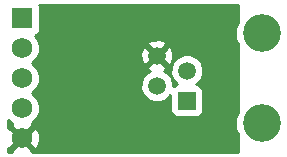
<source format=gbl>
G04 (created by PCBNEW (22-Jun-2014 BZR 4027)-stable) date Wed 04 Apr 2018 02:47:27 AM CDT*
%MOIN*%
G04 Gerber Fmt 3.4, Leading zero omitted, Abs format*
%FSLAX34Y34*%
G01*
G70*
G90*
G04 APERTURE LIST*
%ADD10C,0.00590551*%
%ADD11R,0.069X0.069*%
%ADD12C,0.069*%
%ADD13C,0.059*%
%ADD14R,0.059X0.059*%
%ADD15C,0.125984*%
%ADD16C,0.01*%
G04 APERTURE END LIST*
G54D10*
G54D11*
X68500Y-41750D03*
G54D12*
X68500Y-42750D03*
X68500Y-43750D03*
X68500Y-44750D03*
X68500Y-45750D03*
G54D13*
X73000Y-44000D03*
X73000Y-43000D03*
G54D14*
X74000Y-44500D03*
G54D13*
X74000Y-43500D03*
G54D15*
X76500Y-42251D03*
X76500Y-45251D03*
G54D10*
G36*
X75700Y-46200D02*
X74545Y-46200D01*
X74545Y-43392D01*
X74462Y-43191D01*
X74309Y-43038D01*
X74108Y-42955D01*
X73892Y-42954D01*
X73691Y-43037D01*
X73549Y-43179D01*
X73549Y-43080D01*
X73538Y-42864D01*
X73477Y-42715D01*
X73382Y-42688D01*
X73311Y-42759D01*
X73311Y-42617D01*
X73284Y-42522D01*
X73080Y-42450D01*
X72864Y-42461D01*
X72715Y-42522D01*
X72688Y-42617D01*
X73000Y-42929D01*
X73311Y-42617D01*
X73311Y-42759D01*
X73070Y-43000D01*
X73382Y-43311D01*
X73477Y-43284D01*
X73549Y-43080D01*
X73549Y-43179D01*
X73538Y-43190D01*
X73455Y-43391D01*
X73454Y-43607D01*
X73537Y-43808D01*
X73684Y-43954D01*
X73655Y-43954D01*
X73563Y-43992D01*
X73544Y-44011D01*
X73545Y-43892D01*
X73462Y-43691D01*
X73309Y-43538D01*
X73223Y-43502D01*
X73284Y-43477D01*
X73311Y-43382D01*
X73000Y-43070D01*
X72929Y-43141D01*
X72929Y-43000D01*
X72617Y-42688D01*
X72522Y-42715D01*
X72450Y-42919D01*
X72461Y-43135D01*
X72522Y-43284D01*
X72617Y-43311D01*
X72929Y-43000D01*
X72929Y-43141D01*
X72688Y-43382D01*
X72715Y-43477D01*
X72781Y-43500D01*
X72691Y-43537D01*
X72538Y-43690D01*
X72455Y-43891D01*
X72454Y-44107D01*
X72537Y-44308D01*
X72690Y-44461D01*
X72891Y-44544D01*
X73107Y-44545D01*
X73308Y-44462D01*
X73454Y-44315D01*
X73454Y-44844D01*
X73492Y-44936D01*
X73563Y-45006D01*
X73655Y-45044D01*
X73754Y-45045D01*
X74344Y-45045D01*
X74436Y-45007D01*
X74506Y-44936D01*
X74544Y-44844D01*
X74545Y-44745D01*
X74545Y-44155D01*
X74507Y-44063D01*
X74436Y-43993D01*
X74344Y-43955D01*
X74315Y-43955D01*
X74461Y-43809D01*
X74544Y-43608D01*
X74545Y-43392D01*
X74545Y-46200D01*
X69099Y-46200D01*
X69099Y-45842D01*
X69089Y-45606D01*
X69018Y-45435D01*
X68918Y-45402D01*
X68570Y-45750D01*
X68918Y-46097D01*
X69018Y-46064D01*
X69099Y-45842D01*
X69099Y-46200D01*
X68837Y-46200D01*
X68847Y-46168D01*
X68500Y-45820D01*
X68152Y-46168D01*
X68162Y-46200D01*
X68050Y-46200D01*
X68050Y-46087D01*
X68081Y-46097D01*
X68429Y-45750D01*
X68081Y-45402D01*
X68050Y-45412D01*
X68050Y-45141D01*
X68162Y-45254D01*
X68175Y-45259D01*
X68152Y-45331D01*
X68500Y-45679D01*
X68847Y-45331D01*
X68824Y-45259D01*
X68836Y-45254D01*
X69004Y-45087D01*
X69094Y-44868D01*
X69095Y-44632D01*
X69004Y-44413D01*
X68841Y-44249D01*
X69004Y-44087D01*
X69094Y-43868D01*
X69095Y-43632D01*
X69004Y-43413D01*
X68841Y-43249D01*
X69004Y-43087D01*
X69094Y-42868D01*
X69095Y-42632D01*
X69004Y-42413D01*
X68924Y-42332D01*
X68986Y-42307D01*
X69056Y-42236D01*
X69094Y-42144D01*
X69095Y-42045D01*
X69095Y-41355D01*
X69072Y-41300D01*
X75700Y-41300D01*
X75700Y-41884D01*
X75620Y-42076D01*
X75619Y-42426D01*
X75700Y-42620D01*
X75700Y-44884D01*
X75620Y-45076D01*
X75619Y-45426D01*
X75700Y-45620D01*
X75700Y-46200D01*
X75700Y-46200D01*
G37*
G54D16*
X75700Y-46200D02*
X74545Y-46200D01*
X74545Y-43392D01*
X74462Y-43191D01*
X74309Y-43038D01*
X74108Y-42955D01*
X73892Y-42954D01*
X73691Y-43037D01*
X73549Y-43179D01*
X73549Y-43080D01*
X73538Y-42864D01*
X73477Y-42715D01*
X73382Y-42688D01*
X73311Y-42759D01*
X73311Y-42617D01*
X73284Y-42522D01*
X73080Y-42450D01*
X72864Y-42461D01*
X72715Y-42522D01*
X72688Y-42617D01*
X73000Y-42929D01*
X73311Y-42617D01*
X73311Y-42759D01*
X73070Y-43000D01*
X73382Y-43311D01*
X73477Y-43284D01*
X73549Y-43080D01*
X73549Y-43179D01*
X73538Y-43190D01*
X73455Y-43391D01*
X73454Y-43607D01*
X73537Y-43808D01*
X73684Y-43954D01*
X73655Y-43954D01*
X73563Y-43992D01*
X73544Y-44011D01*
X73545Y-43892D01*
X73462Y-43691D01*
X73309Y-43538D01*
X73223Y-43502D01*
X73284Y-43477D01*
X73311Y-43382D01*
X73000Y-43070D01*
X72929Y-43141D01*
X72929Y-43000D01*
X72617Y-42688D01*
X72522Y-42715D01*
X72450Y-42919D01*
X72461Y-43135D01*
X72522Y-43284D01*
X72617Y-43311D01*
X72929Y-43000D01*
X72929Y-43141D01*
X72688Y-43382D01*
X72715Y-43477D01*
X72781Y-43500D01*
X72691Y-43537D01*
X72538Y-43690D01*
X72455Y-43891D01*
X72454Y-44107D01*
X72537Y-44308D01*
X72690Y-44461D01*
X72891Y-44544D01*
X73107Y-44545D01*
X73308Y-44462D01*
X73454Y-44315D01*
X73454Y-44844D01*
X73492Y-44936D01*
X73563Y-45006D01*
X73655Y-45044D01*
X73754Y-45045D01*
X74344Y-45045D01*
X74436Y-45007D01*
X74506Y-44936D01*
X74544Y-44844D01*
X74545Y-44745D01*
X74545Y-44155D01*
X74507Y-44063D01*
X74436Y-43993D01*
X74344Y-43955D01*
X74315Y-43955D01*
X74461Y-43809D01*
X74544Y-43608D01*
X74545Y-43392D01*
X74545Y-46200D01*
X69099Y-46200D01*
X69099Y-45842D01*
X69089Y-45606D01*
X69018Y-45435D01*
X68918Y-45402D01*
X68570Y-45750D01*
X68918Y-46097D01*
X69018Y-46064D01*
X69099Y-45842D01*
X69099Y-46200D01*
X68837Y-46200D01*
X68847Y-46168D01*
X68500Y-45820D01*
X68152Y-46168D01*
X68162Y-46200D01*
X68050Y-46200D01*
X68050Y-46087D01*
X68081Y-46097D01*
X68429Y-45750D01*
X68081Y-45402D01*
X68050Y-45412D01*
X68050Y-45141D01*
X68162Y-45254D01*
X68175Y-45259D01*
X68152Y-45331D01*
X68500Y-45679D01*
X68847Y-45331D01*
X68824Y-45259D01*
X68836Y-45254D01*
X69004Y-45087D01*
X69094Y-44868D01*
X69095Y-44632D01*
X69004Y-44413D01*
X68841Y-44249D01*
X69004Y-44087D01*
X69094Y-43868D01*
X69095Y-43632D01*
X69004Y-43413D01*
X68841Y-43249D01*
X69004Y-43087D01*
X69094Y-42868D01*
X69095Y-42632D01*
X69004Y-42413D01*
X68924Y-42332D01*
X68986Y-42307D01*
X69056Y-42236D01*
X69094Y-42144D01*
X69095Y-42045D01*
X69095Y-41355D01*
X69072Y-41300D01*
X75700Y-41300D01*
X75700Y-41884D01*
X75620Y-42076D01*
X75619Y-42426D01*
X75700Y-42620D01*
X75700Y-44884D01*
X75620Y-45076D01*
X75619Y-45426D01*
X75700Y-45620D01*
X75700Y-46200D01*
M02*

</source>
